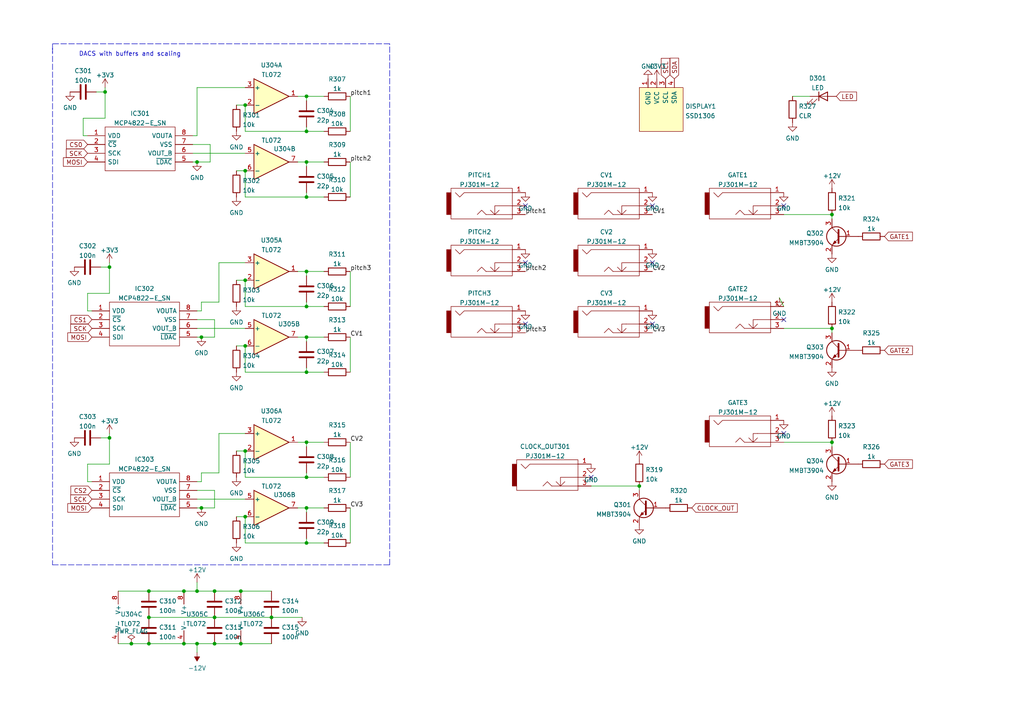
<source format=kicad_sch>
(kicad_sch (version 20211123) (generator eeschema)
  (paper "A4")
  (lib_symbols
    (symbol "Amplifier_Operational:TL072" (pin_names (offset 0.127))
      (property "Reference" "U" (at 0 5.08 0))
      (property "Value" "TL072" (at 0 -5.08 0))
      (symbol "TL072_1_1"
        (polyline (pts (xy -5.08 5.08) (xy 5.08 0) (xy -5.08 -5.08) (xy -5.08 5.08)) (stroke (width 0.254)) (fill (type background)))
        (pin output line (at 7.62 0 180) (length 2.54) (name "~") (number "1"))
        (pin input line (at -7.62 -2.54 0) (length 2.54) (name "-") (number "2"))
        (pin input line (at -7.62 2.54 0) (length 2.54) (name "+") (number "3"))
      )
      (symbol "TL072_2_1"
        (polyline (pts (xy -5.08 5.08) (xy 5.08 0) (xy -5.08 -5.08) (xy -5.08 5.08)) (stroke (width 0.254)) (fill (type background)))
        (pin input line (at -7.62 2.54 0) (length 2.54) (name "+") (number "5"))
        (pin input line (at -7.62 -2.54 0) (length 2.54) (name "-") (number "6"))
        (pin output line (at 7.62 0 180) (length 2.54) (name "~") (number "7"))
      )
      (symbol "TL072_3_1"
        (pin power_in line (at -2.54 -7.62 90) (length 3.81) (name "V-") (number "4"))
        (pin power_in line (at -2.54 7.62 270) (length 3.81) (name "V+") (number "8"))
      )
    )
    (symbol "Device:C" (pin_numbers hide) (pin_names (offset 0.254))
      (property "Reference" "C" (at 0.635 2.54 0))
      (property "Value" "C" (at 0.635 -2.54 0))
      (symbol "C_0_1"
        (polyline (pts (xy -2.032 -0.762) (xy 2.032 -0.762)) (stroke (width 0.508)))
        (polyline (pts (xy -2.032 0.762) (xy 2.032 0.762)) (stroke (width 0.508)))
      )
      (symbol "C_1_1"
        (pin passive line (at 0 3.81 270) (length 2.794) (name "~") (number "1"))
        (pin passive line (at 0 -3.81 90) (length 2.794) (name "~") (number "2"))
      )
    )
    (symbol "Device:LED" (pin_numbers hide) (pin_names (offset 1.016) hide)
      (property "Reference" "D" (at 0 2.54 0))
      (property "Value" "LED" (at 0 -2.54 0))
      (symbol "LED_0_1"
        (polyline (pts (xy -1.27 -1.27) (xy -1.27 1.27)) (stroke (width 0.254)))
        (polyline (pts (xy -1.27 0) (xy 1.27 0)))
        (polyline (pts (xy 1.27 -1.27) (xy 1.27 1.27) (xy -1.27 0) (xy 1.27 -1.27)) (stroke (width 0.254)))
        (polyline (pts (xy -3.048 -0.762) (xy -4.572 -2.286) (xy -3.81 -2.286) (xy -4.572 -2.286) (xy -4.572 -1.524)))
        (polyline (pts (xy -1.778 -0.762) (xy -3.302 -2.286) (xy -2.54 -2.286) (xy -3.302 -2.286) (xy -3.302 -1.524)))
      )
      (symbol "LED_1_1"
        (pin passive line (at -3.81 0 0) (length 2.54) (name "K") (number "1"))
        (pin passive line (at 3.81 0 180) (length 2.54) (name "A") (number "2"))
      )
    )
    (symbol "Device:R" (pin_numbers hide) (pin_names (offset 0))
      (property "Reference" "R" (at 2.032 0 90))
      (property "Value" "R" (at 0 0 90))
      (symbol "R_0_1"
        (rectangle (start -1.016 -2.54) (end 1.016 2.54) (stroke (width 0.254)))
      )
      (symbol "R_1_1"
        (pin passive line (at 0 3.81 270) (length 1.27) (name "~") (number "1"))
        (pin passive line (at 0 -3.81 90) (length 1.27) (name "~") (number "2"))
      )
    )
    (symbol "Transistor_BJT:MMBT3904" (pin_names (offset 0) hide)
      (property "Reference" "Q" (at 5.08 1.905 0))
      (property "Value" "MMBT3904" (at 5.08 0 0))
      (symbol "MMBT3904_0_1"
        (polyline (pts (xy 0.635 0.635) (xy 2.54 2.54)))
        (polyline (pts (xy 0.635 -0.635) (xy 2.54 -2.54) (xy 2.54 -2.54)))
        (polyline (pts (xy 0.635 1.905) (xy 0.635 -1.905) (xy 0.635 -1.905)) (stroke (width 0.508)))
        (polyline (pts (xy 1.27 -1.778) (xy 1.778 -1.27) (xy 2.286 -2.286) (xy 1.27 -1.778) (xy 1.27 -1.778)) (fill (type outline)))
        (circle (center 1.27 0) (radius 2.8194) (stroke (width 0.254)))
      )
      (symbol "MMBT3904_1_1"
        (pin input line (at -5.08 0 0) (length 5.715) (name "B") (number "1"))
        (pin passive line (at 2.54 -5.08 90) (length 2.54) (name "E") (number "2"))
        (pin passive line (at 2.54 5.08 270) (length 2.54) (name "C") (number "3"))
      )
    )
    (symbol "eurocad:PJ301M-12" (pin_names (offset 1.016))
      (property "Reference" "J" (at -8.89 -5.08 0))
      (property "Value" "PJ301M-12" (at -3.81 6.35 0))
      (symbol "PJ301M-12_0_1"
        (rectangle (start -11.43 3.81) (end -10.16 -2.54) (fill (type outline)))
        (polyline (pts (xy 3.81 0) (xy 7.62 0) (xy 7.62 0)))
        (polyline (pts (xy 0 -2.54) (xy -1.27 -1.27) (xy -2.54 -2.54) (xy -2.54 -2.54)))
        (polyline (pts (xy 0 -2.54) (xy 7.62 -2.54) (xy 7.62 -2.54) (xy 7.62 -2.54)))
        (polyline (pts (xy 1.27 -1.27) (xy 2.54 -2.54) (xy 3.81 -1.27) (xy 3.81 -1.27)))
        (polyline (pts (xy 3.81 0) (xy 2.54 0) (xy 2.54 -2.54) (xy 2.54 -2.54)))
        (polyline (pts (xy 7.62 3.81) (xy -6.35 3.81) (xy -7.62 2.54) (xy -8.89 3.81) (xy -8.89 3.81)))
        (rectangle (start 7.62 -3.81) (end -10.16 5.08))
      )
      (symbol "PJ301M-12_1_1"
        (pin passive line (at 11.43 3.81 180) (length 3.81) (name "~") (number "1"))
        (pin passive line (at 11.43 0 180) (length 3.81) (name "~") (number "2"))
        (pin passive line (at 11.43 -2.54 180) (length 3.81) (name "~") (number "3"))
      )
    )
    (symbol "oled:SSD1306" (pin_names (offset 1.016))
      (property "Reference" "Brd" (at 0 -3.81 0))
      (property "Value" "SSD1306" (at 0 -1.27 0))
      (symbol "SSD1306_0_1"
        (rectangle (start -6.35 6.35) (end 6.35 -6.35) (fill (type background)))
      )
      (symbol "SSD1306_1_1"
        (pin input line (at -3.81 8.89 270) (length 2.54) (name "GND") (number "1"))
        (pin input line (at -1.27 8.89 270) (length 2.54) (name "VCC") (number "2"))
        (pin input line (at 1.27 8.89 270) (length 2.54) (name "SCL") (number "3"))
        (pin input line (at 3.81 8.89 270) (length 2.54) (name "SDA") (number "4"))
      )
    )
    (symbol "power:+12V" (power) (pin_names (offset 0))
      (property "Value" "+12V" (at 0 3.556 0))
      (symbol "+12V_0_1"
        (polyline (pts (xy -0.762 1.27) (xy 0 2.54)))
        (polyline (pts (xy 0 0) (xy 0 2.54)))
        (polyline (pts (xy 0 2.54) (xy 0.762 1.27)))
      )
      (symbol "+12V_1_1"
        (pin power_in line (at 0 0 90) (length 0) hide (name "+12V") (number "1"))
      )
    )
    (symbol "power:+3.3V" (power) (pin_names (offset 0))
      (property "Value" "+3.3V" (at 0 3.556 0))
      (symbol "+3.3V_0_1"
        (polyline (pts (xy -0.762 1.27) (xy 0 2.54)))
        (polyline (pts (xy 0 0) (xy 0 2.54)))
        (polyline (pts (xy 0 2.54) (xy 0.762 1.27)))
      )
      (symbol "+3.3V_1_1"
        (pin power_in line (at 0 0 90) (length 0) hide (name "+3V3") (number "1"))
      )
    )
    (symbol "power:-12V" (power) (pin_names (offset 0))
      (property "Value" "-12V" (at 0 3.81 0))
      (symbol "-12V_0_0"
        (pin power_in line (at 0 0 90) (length 0) hide (name "-12V") (number "1"))
      )
      (symbol "-12V_0_1"
        (polyline (pts (xy 0 0) (xy 0 1.27) (xy 0.762 1.27) (xy 0 2.54) (xy -0.762 1.27) (xy 0 1.27)) (fill (type outline)))
      )
    )
    (symbol "power:GND" (power) (pin_names (offset 0))
      (property "Value" "GND" (at 0 -3.81 0))
      (symbol "GND_0_1"
        (polyline (pts (xy 0 0) (xy 0 -1.27) (xy 1.27 -1.27) (xy 0 -2.54) (xy -1.27 -1.27) (xy 0 -1.27)))
      )
      (symbol "GND_1_1"
        (pin power_in line (at 0 0 270) (length 0) hide (name "GND") (number "1"))
      )
    )
    (symbol "power:PWR_FLAG" (power) (pin_numbers hide) (pin_names (offset 0) hide)
      (property "Value" "PWR_FLAG" (at 0 3.81 0))
      (symbol "PWR_FLAG_0_0"
        (pin power_out line (at 0 0 90) (length 0) (name "pwr") (number "1"))
      )
      (symbol "PWR_FLAG_0_1"
        (polyline (pts (xy 0 0) (xy 0 1.27) (xy -1.016 1.905) (xy 0 2.54) (xy 1.016 1.905) (xy 0 1.27)))
      )
    )
    (symbol "samsys:MCP4822-E_SN" (pin_names (offset 0.762))
      (property "Reference" "IC" (at 26.67 7.62 0))
      (property "Value" "MCP4822-E_SN" (at 26.67 5.08 0))
      (symbol "MCP4822-E_SN_0_0"
        (pin passive line (at 0 0 0) (length 5.08) (name "VDD") (number "1"))
        (pin passive line (at 0 -2.54 0) (length 5.08) (name "~{CS}") (number "2"))
        (pin passive line (at 0 -5.08 0) (length 5.08) (name "SCK") (number "3"))
        (pin passive line (at 0 -7.62 0) (length 5.08) (name "SDI") (number "4"))
        (pin passive line (at 30.48 -7.62 180) (length 5.08) (name "~{LDAC}") (number "5"))
        (pin passive line (at 30.48 -5.08 180) (length 5.08) (name "VOUT_B") (number "6"))
        (pin passive line (at 30.48 -2.54 180) (length 5.08) (name "VSS") (number "7"))
        (pin passive line (at 30.48 0 180) (length 5.08) (name "VOUTA") (number "8"))
      )
      (symbol "MCP4822-E_SN_0_1"
        (polyline (pts (xy 5.08 2.54) (xy 25.4 2.54) (xy 25.4 -10.16) (xy 5.08 -10.16) (xy 5.08 2.54)) (stroke (width 0.1524)))
      )
    )
  )
  (junction (at 38.1 186.69))
  (junction (at 71.12 149.86))
  (junction (at 53.34 171.45))
  (junction (at 78.74 179.07))
  (junction (at 71.12 81.28))
  (junction (at 31.75 127))
  (junction (at 88.9 57.15))
  (junction (at 53.34 186.69))
  (junction (at 58.42 97.79))
  (junction (at 57.15 186.69))
  (junction (at 69.85 186.69))
  (junction (at 71.12 49.53))
  (junction (at 88.9 38.1))
  (junction (at 241.3 128.27))
  (junction (at 185.42 140.97))
  (junction (at 43.18 179.07))
  (junction (at 62.23 171.45))
  (junction (at 88.9 27.94))
  (junction (at 88.9 138.43))
  (junction (at 62.23 186.69))
  (junction (at 241.3 95.25))
  (junction (at 30.48 26.67))
  (junction (at 88.9 78.74))
  (junction (at 62.23 179.07))
  (junction (at 88.9 128.27))
  (junction (at 241.3 62.23))
  (junction (at 69.85 171.45))
  (junction (at 71.12 30.48))
  (junction (at 71.12 100.33))
  (junction (at 57.15 46.99))
  (junction (at 71.12 130.81))
  (junction (at 43.18 171.45))
  (junction (at 88.9 107.95))
  (junction (at 43.18 186.69))
  (junction (at 88.9 97.79))
  (junction (at 88.9 147.32))
  (junction (at 88.9 157.48))
  (junction (at 31.75 77.47))
  (junction (at 58.42 147.32))
  (junction (at 88.9 46.99))
  (junction (at 57.15 171.45))
  (junction (at 88.9 88.9))
  (no_connect (at 171.45 138.43))
  (no_connect (at 152.4 59.69))
  (no_connect (at 152.4 76.2))
  (no_connect (at 152.4 93.98))
  (no_connect (at 227.33 125.73))
  (no_connect (at 227.33 59.69))
  (no_connect (at 227.33 92.71))
  (no_connect (at 189.23 76.2))
  (no_connect (at 189.23 59.69))
  (no_connect (at 189.23 93.98))
  (wire (pts (xy 57.15 186.69) (xy 57.15 189.23)))
  (wire (pts (xy 31.75 127) (xy 31.75 134.62)))
  (wire (pts (xy 227.33 88.9) (xy 226.06 86.36)))
  (wire (pts (xy 241.3 62.23) (xy 241.3 63.5)))
  (wire (pts (xy 63.5 76.2) (xy 71.12 76.2)))
  (polyline (pts (xy 113.03 163.83) (xy 113.03 12.7)))
  (wire (pts (xy 88.9 147.32) (xy 88.9 148.59)))
  (wire (pts (xy 101.6 78.74) (xy 101.6 88.9)))
  (wire (pts (xy 88.9 78.74) (xy 93.98 78.74)))
  (wire (pts (xy 86.36 128.27) (xy 88.9 128.27)))
  (polyline (pts (xy 15.24 13.97) (xy 15.24 163.83)))
  (wire (pts (xy 86.36 27.94) (xy 88.9 27.94)))
  (wire (pts (xy 101.6 27.94) (xy 101.6 38.1)))
  (wire (pts (xy 88.9 87.63) (xy 88.9 88.9)))
  (wire (pts (xy 60.96 41.91) (xy 60.96 46.99)))
  (wire (pts (xy 63.5 125.73) (xy 71.12 125.73)))
  (wire (pts (xy 34.29 186.69) (xy 38.1 186.69)))
  (wire (pts (xy 93.98 157.48) (xy 88.9 157.48)))
  (wire (pts (xy 88.9 46.99) (xy 93.98 46.99)))
  (wire (pts (xy 55.88 39.37) (xy 57.15 39.37)))
  (wire (pts (xy 86.36 46.99) (xy 88.9 46.99)))
  (wire (pts (xy 71.12 107.95) (xy 71.12 100.33)))
  (wire (pts (xy 88.9 156.21) (xy 88.9 157.48)))
  (wire (pts (xy 30.48 26.67) (xy 30.48 34.29)))
  (wire (pts (xy 31.75 77.47) (xy 31.75 85.09)))
  (wire (pts (xy 58.42 87.63) (xy 63.5 87.63)))
  (wire (pts (xy 43.18 186.69) (xy 53.34 186.69)))
  (wire (pts (xy 25.4 134.62) (xy 25.4 139.7)))
  (wire (pts (xy 88.9 46.99) (xy 88.9 48.26)))
  (wire (pts (xy 71.12 138.43) (xy 71.12 130.81)))
  (wire (pts (xy 78.74 179.07) (xy 87.63 179.07)))
  (wire (pts (xy 93.98 57.15) (xy 88.9 57.15)))
  (wire (pts (xy 58.42 147.32) (xy 57.15 147.32)))
  (wire (pts (xy 31.75 134.62) (xy 25.4 134.62)))
  (wire (pts (xy 71.12 57.15) (xy 71.12 49.53)))
  (wire (pts (xy 24.13 34.29) (xy 24.13 39.37)))
  (wire (pts (xy 57.15 144.78) (xy 71.12 144.78)))
  (wire (pts (xy 31.75 125.73) (xy 31.75 127)))
  (wire (pts (xy 58.42 97.79) (xy 57.15 97.79)))
  (wire (pts (xy 62.23 147.32) (xy 58.42 147.32)))
  (wire (pts (xy 60.96 46.99) (xy 57.15 46.99)))
  (wire (pts (xy 27.94 26.67) (xy 30.48 26.67)))
  (polyline (pts (xy 15.24 12.7) (xy 15.24 15.24)))
  (wire (pts (xy 58.42 137.16) (xy 63.5 137.16)))
  (wire (pts (xy 88.9 106.68) (xy 88.9 107.95)))
  (wire (pts (xy 63.5 87.63) (xy 63.5 76.2)))
  (wire (pts (xy 57.15 171.45) (xy 62.23 171.45)))
  (wire (pts (xy 34.29 171.45) (xy 43.18 171.45)))
  (wire (pts (xy 68.58 130.81) (xy 71.12 130.81)))
  (wire (pts (xy 88.9 138.43) (xy 71.12 138.43)))
  (wire (pts (xy 62.23 97.79) (xy 58.42 97.79)))
  (wire (pts (xy 241.3 95.25) (xy 241.3 96.52)))
  (wire (pts (xy 88.9 147.32) (xy 93.98 147.32)))
  (wire (pts (xy 30.48 34.29) (xy 24.13 34.29)))
  (wire (pts (xy 62.23 186.69) (xy 69.85 186.69)))
  (wire (pts (xy 53.34 171.45) (xy 57.15 171.45)))
  (wire (pts (xy 241.3 95.25) (xy 227.33 95.25)))
  (wire (pts (xy 185.42 140.97) (xy 171.45 140.97)))
  (wire (pts (xy 88.9 97.79) (xy 93.98 97.79)))
  (wire (pts (xy 86.36 97.79) (xy 88.9 97.79)))
  (wire (pts (xy 38.1 186.69) (xy 43.18 186.69)))
  (wire (pts (xy 30.48 25.4) (xy 30.48 26.67)))
  (wire (pts (xy 88.9 88.9) (xy 71.12 88.9)))
  (wire (pts (xy 101.6 147.32) (xy 101.6 157.48)))
  (wire (pts (xy 24.13 39.37) (xy 25.4 39.37)))
  (wire (pts (xy 88.9 36.83) (xy 88.9 38.1)))
  (wire (pts (xy 31.75 85.09) (xy 25.4 85.09)))
  (wire (pts (xy 88.9 38.1) (xy 71.12 38.1)))
  (wire (pts (xy 57.15 46.99) (xy 55.88 46.99)))
  (wire (pts (xy 57.15 139.7) (xy 58.42 139.7)))
  (wire (pts (xy 57.15 142.24) (xy 62.23 142.24)))
  (wire (pts (xy 68.58 149.86) (xy 71.12 149.86)))
  (wire (pts (xy 29.21 127) (xy 31.75 127)))
  (wire (pts (xy 71.12 157.48) (xy 71.12 149.86)))
  (polyline (pts (xy 113.03 12.7) (xy 15.24 12.7)))
  (wire (pts (xy 88.9 97.79) (xy 88.9 99.06)))
  (wire (pts (xy 241.3 128.27) (xy 241.3 129.54)))
  (wire (pts (xy 57.15 90.17) (xy 58.42 90.17)))
  (wire (pts (xy 93.98 38.1) (xy 88.9 38.1)))
  (wire (pts (xy 88.9 27.94) (xy 93.98 27.94)))
  (wire (pts (xy 93.98 107.95) (xy 88.9 107.95)))
  (wire (pts (xy 241.3 128.27) (xy 227.33 128.27)))
  (wire (pts (xy 86.36 147.32) (xy 88.9 147.32)))
  (wire (pts (xy 55.88 44.45) (xy 71.12 44.45)))
  (wire (pts (xy 57.15 25.4) (xy 71.12 25.4)))
  (wire (pts (xy 57.15 168.91) (xy 57.15 171.45)))
  (wire (pts (xy 68.58 100.33) (xy 71.12 100.33)))
  (wire (pts (xy 69.85 171.45) (xy 78.74 171.45)))
  (wire (pts (xy 93.98 88.9) (xy 88.9 88.9)))
  (wire (pts (xy 43.18 179.07) (xy 62.23 179.07)))
  (wire (pts (xy 71.12 88.9) (xy 71.12 81.28)))
  (wire (pts (xy 29.21 77.47) (xy 31.75 77.47)))
  (wire (pts (xy 241.3 62.23) (xy 227.33 62.23)))
  (wire (pts (xy 25.4 139.7) (xy 26.67 139.7)))
  (wire (pts (xy 68.58 81.28) (xy 71.12 81.28)))
  (wire (pts (xy 88.9 57.15) (xy 71.12 57.15)))
  (wire (pts (xy 58.42 90.17) (xy 58.42 87.63)))
  (wire (pts (xy 88.9 107.95) (xy 71.12 107.95)))
  (wire (pts (xy 88.9 128.27) (xy 93.98 128.27)))
  (wire (pts (xy 31.75 76.2) (xy 31.75 77.47)))
  (wire (pts (xy 63.5 137.16) (xy 63.5 125.73)))
  (wire (pts (xy 88.9 128.27) (xy 88.9 129.54)))
  (wire (pts (xy 68.58 49.53) (xy 71.12 49.53)))
  (wire (pts (xy 86.36 78.74) (xy 88.9 78.74)))
  (wire (pts (xy 229.87 27.94) (xy 234.95 27.94)))
  (wire (pts (xy 88.9 55.88) (xy 88.9 57.15)))
  (wire (pts (xy 43.18 171.45) (xy 53.34 171.45)))
  (wire (pts (xy 88.9 137.16) (xy 88.9 138.43)))
  (wire (pts (xy 25.4 90.17) (xy 26.67 90.17)))
  (wire (pts (xy 62.23 142.24) (xy 62.23 147.32)))
  (wire (pts (xy 57.15 95.25) (xy 71.12 95.25)))
  (wire (pts (xy 57.15 25.4) (xy 57.15 39.37)))
  (wire (pts (xy 57.15 92.71) (xy 62.23 92.71)))
  (wire (pts (xy 62.23 179.07) (xy 78.74 179.07)))
  (wire (pts (xy 55.88 41.91) (xy 60.96 41.91)))
  (wire (pts (xy 57.15 186.69) (xy 62.23 186.69)))
  (wire (pts (xy 62.23 92.71) (xy 62.23 97.79)))
  (wire (pts (xy 25.4 85.09) (xy 25.4 90.17)))
  (wire (pts (xy 71.12 38.1) (xy 71.12 30.48)))
  (wire (pts (xy 88.9 78.74) (xy 88.9 80.01)))
  (wire (pts (xy 93.98 138.43) (xy 88.9 138.43)))
  (wire (pts (xy 58.42 139.7) (xy 58.42 137.16)))
  (wire (pts (xy 69.85 186.69) (xy 78.74 186.69)))
  (wire (pts (xy 68.58 30.48) (xy 71.12 30.48)))
  (wire (pts (xy 62.23 171.45) (xy 69.85 171.45)))
  (wire (pts (xy 101.6 128.27) (xy 101.6 138.43)))
  (wire (pts (xy 88.9 27.94) (xy 88.9 29.21)))
  (wire (pts (xy 101.6 97.79) (xy 101.6 107.95)))
  (wire (pts (xy 53.34 186.69) (xy 57.15 186.69)))
  (wire (pts (xy 88.9 157.48) (xy 71.12 157.48)))
  (polyline (pts (xy 15.24 163.83) (xy 113.03 163.83)))
  (wire (pts (xy 185.42 140.97) (xy 185.42 142.24)))
  (wire (pts (xy 101.6 46.99) (xy 101.6 57.15)))
  (text "DACS with buffers and scaling\n" (at 22.86 16.51 0) (effects (font (size 1.27 1.27)) (justify left bottom)))
  (label "pitch1" (at 101.6 27.94 0))
  (label "pitch2" (at 152.4 78.74 0))
  (label "pitch1" (at 152.4 62.23 0))
  (label "CV1" (at 189.23 62.23 0))
  (label "CV2" (at 189.23 78.74 0))
  (label "pitch3" (at 152.4 96.52 0))
  (label "pitch2" (at 101.6 46.99 0))
  (label "CV1" (at 101.6 97.79 0))
  (label "CV2" (at 101.6 128.27 0))
  (label "CV3" (at 101.6 147.32 0))
  (label "pitch3" (at 101.6 78.74 0))
  (label "CV3" (at 189.23 96.52 0))
  (global_label "CLOCK_OUT" (shape input) (at 200.66 147.32 0) (property "Intersheet References" "${INTERSHEET_REFS}" (effects hide)))
  (global_label "GATE3" (shape input) (at 256.54 134.62 0) (property "Intersheet References" "${INTERSHEET_REFS}" (effects hide)))
  (global_label "SCK" (shape input) (at 26.67 95.25 180) (property "Intersheet References" "${INTERSHEET_REFS}" (effects hide)))
  (global_label "GATE1" (shape input) (at 256.54 68.58 0) (property "Intersheet References" "${INTERSHEET_REFS}" (effects hide)))
  (global_label "CS0" (shape input) (at 25.4 41.91 180) (property "Intersheet References" "${INTERSHEET_REFS}" (effects hide)))
  (global_label "SDA" (shape input) (at 195.58 22.86 90) (property "Intersheet References" "${INTERSHEET_REFS}" (effects hide)))
  (global_label "MOSI" (shape input) (at 25.4 46.99 180) (property "Intersheet References" "${INTERSHEET_REFS}" (effects hide)))
  (global_label "MOSI" (shape input) (at 26.67 97.79 180) (property "Intersheet References" "${INTERSHEET_REFS}" (effects hide)))
  (global_label "SCL" (shape input) (at 193.04 22.86 90) (property "Intersheet References" "${INTERSHEET_REFS}" (effects hide)))
  (global_label "SCK" (shape input) (at 26.67 144.78 180) (property "Intersheet References" "${INTERSHEET_REFS}" (effects hide)))
  (global_label "MOSI" (shape input) (at 26.67 147.32 180) (property "Intersheet References" "${INTERSHEET_REFS}" (effects hide)))
  (global_label "LED" (shape input) (at 242.57 27.94 0) (property "Intersheet References" "${INTERSHEET_REFS}" (effects hide)))
  (global_label "SCK" (shape input) (at 25.4 44.45 180) (property "Intersheet References" "${INTERSHEET_REFS}" (effects hide)))
  (global_label "CS1" (shape input) (at 26.67 92.71 180) (property "Intersheet References" "${INTERSHEET_REFS}" (effects hide)))
  (global_label "GATE2" (shape input) (at 256.54 101.6 0) (property "Intersheet References" "${INTERSHEET_REFS}" (effects hide)))
  (global_label "CS2" (shape input) (at 26.67 142.24 180) (property "Intersheet References" "${INTERSHEET_REFS}" (effects hide)))
  (symbol (lib_id "power:+3.3V") (at 30.48 25.4 0) (unit 1)
    (property "Reference" "#PWR0136" (effects hide))
    (property "Value" "+3.3V" (at 30.48 21.7955 0))
  )
  (symbol (lib_id "Amplifier_Operational:TL072") (at 78.74 97.79 0) (unit 2)
    (property "Reference" "U305" (at 83.82 93.98 0))
    (property "Value" "TL072" (at 78.74 91.5186 0))
    (property "Footprint" "Package_SO:SOIC-8_3.9x4.9mm_P1.27mm" (effects hide))
    (property "Datasheet" "http://www.ti.com/lit/ds/symlink/tl071.pdf" (effects hide))
  )
  (symbol (lib_id "Device:R") (at 68.58 85.09 180) (unit 1)
    (property "Reference" "R303" (at 70.358 84.1815 0) (effects (justify right)))
    (property "Value" "10k" (at 70.358 86.9566 0) (effects (justify right)))
    (property "Footprint" "Resistor_SMD:R_0603_1608Metric_Pad0.98x0.95mm_HandSolder" (effects hide))
  )
  (symbol (lib_id "samsys:MCP4822-E_SN") (at 26.67 139.7 0) (unit 1)
    (property "Reference" "IC303" (at 41.91 133.2443 0))
    (property "Value" "MCP4822-E_SN" (at 41.91 136.0194 0))
    (property "Footprint" "SamacSys:SOIC127P600X175-8N" (effects hide))
    (property "Datasheet" "https://datasheet.datasheetarchive.com/originals/distributors/SFDatasheet-4/sf-00090084.pdf" (effects hide))
    (property "Description" "D/A Converter 12-Bit 2ch SPI SOIC8" (effects hide))
    (property "Height" "1.75" (effects hide))
    (property "Mouser Part Number" "579-MCP4822-E/SN" (effects hide))
    (property "Mouser Price/Stock" "https://www.mouser.co.uk/ProductDetail/Microchip-Technology/MCP4822-E-SN?qs=usxtMOJb1RxOph58k4VWqA%3D%3D" (effects hide))
    (property "Manufacturer_Name" "Microchip" (effects hide))
    (property "Manufacturer_Part_Number" "MCP4822-E/SN" (effects hide))
  )
  (symbol (lib_id "power:-12V") (at 57.15 189.23 180) (unit 1)
    (property "Reference" "#PWR0302" (effects hide))
    (property "Value" "-12V" (at 57.15 193.7925 0))
  )
  (symbol (lib_id "Device:R") (at 97.79 107.95 90) (unit 1)
    (property "Reference" "R314" (at 97.79 102.9675 90))
    (property "Value" "10k" (at 97.79 105.7426 90))
    (property "Footprint" "Resistor_SMD:R_0603_1608Metric_Pad0.98x0.95mm_HandSolder" (effects hide))
  )
  (symbol (lib_id "Device:C") (at 62.23 175.26 0) (unit 1)
    (property "Reference" "C312" (at 65.151 174.3515 0) (effects (justify left)))
    (property "Value" "100n" (at 65.151 177.1266 0) (effects (justify left)))
    (property "Footprint" "Capacitor_SMD:C_0603_1608Metric_Pad1.08x0.95mm_HandSolder" (effects hide))
  )
  (symbol (lib_id "Device:R") (at 252.73 68.58 90) (unit 1)
    (property "Reference" "R324" (at 252.73 63.5975 90))
    (property "Value" "1k" (at 252.73 66.3726 90))
    (property "Footprint" "Resistor_SMD:R_0603_1608Metric_Pad0.98x0.95mm_HandSolder" (effects hide))
  )
  (symbol (lib_id "power:GND") (at 226.06 86.36 0) (unit 1)
    (property "Reference" "#PWR0144" (effects hide))
    (property "Value" "GND" (at 226.06 90.9225 0))
  )
  (symbol (lib_id "Device:C") (at 25.4 77.47 90) (unit 1)
    (property "Reference" "C302" (at 25.4 71.3445 90))
    (property "Value" "100n" (at 25.4 74.1196 90))
    (property "Footprint" "Capacitor_SMD:C_0603_1608Metric_Pad1.08x0.95mm_HandSolder" (effects hide))
  )
  (symbol (lib_id "power:GND") (at 68.58 157.48 0) (unit 1)
    (property "Reference" "#PWR0131" (effects hide))
    (property "Value" "GND" (at 68.58 162.0425 0))
  )
  (symbol (lib_id "Device:C") (at 62.23 182.88 0) (unit 1)
    (property "Reference" "C313" (at 65.151 181.9715 0) (effects (justify left)))
    (property "Value" "100n" (at 65.151 184.7466 0) (effects (justify left)))
    (property "Footprint" "Capacitor_SMD:C_0603_1608Metric_Pad1.08x0.95mm_HandSolder" (effects hide))
  )
  (symbol (lib_id "Transistor_BJT:MMBT3904") (at 243.84 101.6 0) (mirror y) (unit 1)
    (property "Reference" "Q303" (at 238.9886 100.6915 0) (effects (justify left)))
    (property "Value" "MMBT3904" (at 238.9886 103.4666 0) (effects (justify left)))
    (property "Footprint" "Package_TO_SOT_SMD:SOT-23" (effects hide))
    (property "Datasheet" "https://www.onsemi.com/pub/Collateral/2N3903-D.PDF" (effects hide))
  )
  (symbol (lib_id "samsys:MCP4822-E_SN") (at 25.4 39.37 0) (unit 1)
    (property "Reference" "IC301" (at 40.64 32.9143 0))
    (property "Value" "MCP4822-E_SN" (at 40.64 35.6894 0))
    (property "Footprint" "SamacSys:SOIC127P600X175-8N" (effects hide))
    (property "Datasheet" "https://datasheet.datasheetarchive.com/originals/distributors/SFDatasheet-4/sf-00090084.pdf" (effects hide))
    (property "Description" "D/A Converter 12-Bit 2ch SPI SOIC8" (effects hide))
    (property "Height" "1.75" (effects hide))
    (property "Mouser Part Number" "579-MCP4822-E/SN" (effects hide))
    (property "Mouser Price/Stock" "https://www.mouser.co.uk/ProductDetail/Microchip-Technology/MCP4822-E-SN?qs=usxtMOJb1RxOph58k4VWqA%3D%3D" (effects hide))
    (property "Manufacturer_Name" "Microchip" (effects hide))
    (property "Manufacturer_Part_Number" "MCP4822-E/SN" (effects hide))
  )
  (symbol (lib_id "eurocad:PJ301M-12") (at 215.9 125.73 0) (unit 1)
    (property "Reference" "GATE3" (at 213.995 116.8105 0))
    (property "Value" "PJ301M-12" (at 213.995 119.5856 0))
    (property "Footprint" "Eurocad:PJ301M-12" (effects hide))
  )
  (symbol (lib_id "power:GND") (at 58.42 97.79 0) (unit 1)
    (property "Reference" "#PWR0132" (effects hide))
    (property "Value" "GND" (at 58.42 102.3525 0))
  )
  (symbol (lib_id "Device:R") (at 97.79 46.99 90) (unit 1)
    (property "Reference" "R309" (at 97.79 42.0075 90))
    (property "Value" "1k" (at 97.79 44.7826 90))
    (property "Footprint" "Resistor_SMD:R_0603_1608Metric_Pad0.98x0.95mm_HandSolder" (effects hide))
  )
  (symbol (lib_id "eurocad:PJ301M-12") (at 177.8 59.69 0) (unit 1)
    (property "Reference" "CV1" (at 175.895 50.7705 0))
    (property "Value" "PJ301M-12" (at 175.895 53.5456 0))
    (property "Footprint" "Eurocad:PJ301M-12" (effects hide))
  )
  (symbol (lib_id "Transistor_BJT:MMBT3904") (at 187.96 147.32 0) (mirror y) (unit 1)
    (property "Reference" "Q301" (at 183.1086 146.4115 0) (effects (justify left)))
    (property "Value" "MMBT3904" (at 183.1086 149.1866 0) (effects (justify left)))
    (property "Footprint" "Package_TO_SOT_SMD:SOT-23" (effects hide))
    (property "Datasheet" "https://www.onsemi.com/pub/Collateral/2N3903-D.PDF" (effects hide))
  )
  (symbol (lib_id "power:GND") (at 171.45 134.62 0) (unit 1)
    (property "Reference" "#PWR0304" (effects hide))
    (property "Value" "GND" (at 171.45 139.1825 0))
  )
  (symbol (lib_id "Amplifier_Operational:TL072") (at 36.83 179.07 0) (unit 3)
    (property "Reference" "U304" (at 34.925 178.1615 0) (effects (justify left)))
    (property "Value" "TL072" (at 34.925 180.9366 0) (effects (justify left)))
    (property "Footprint" "Package_SO:SOIC-8_3.9x4.9mm_P1.27mm" (effects hide))
    (property "Datasheet" "http://www.ti.com/lit/ds/symlink/tl071.pdf" (effects hide))
  )
  (symbol (lib_id "eurocad:PJ301M-12") (at 140.97 59.69 0) (unit 1)
    (property "Reference" "PITCH1" (at 139.065 50.7705 0))
    (property "Value" "PJ301M-12" (at 139.065 53.5456 0))
    (property "Footprint" "Eurocad:PJ301M-12" (effects hide))
  )
  (symbol (lib_id "Device:R") (at 241.3 124.46 180) (unit 1)
    (property "Reference" "R323" (at 243.078 123.5515 0) (effects (justify right)))
    (property "Value" "10k" (at 243.078 126.3266 0) (effects (justify right)))
    (property "Footprint" "Resistor_SMD:R_0603_1608Metric_Pad0.98x0.95mm_HandSolder" (effects hide))
  )
  (symbol (lib_id "Device:C") (at 88.9 83.82 0) (unit 1)
    (property "Reference" "C306" (at 91.821 82.9115 0) (effects (justify left)))
    (property "Value" "22p" (at 91.821 85.6866 0) (effects (justify left)))
    (property "Footprint" "Capacitor_SMD:C_0603_1608Metric_Pad1.08x0.95mm_HandSolder" (effects hide))
  )
  (symbol (lib_id "power:+12V") (at 241.3 120.65 0) (unit 1)
    (property "Reference" "#PWR0311" (effects hide))
    (property "Value" "+12V" (at 241.3 117.0455 0))
  )
  (symbol (lib_id "Device:C") (at 88.9 133.35 0) (unit 1)
    (property "Reference" "C308" (at 91.821 132.4415 0) (effects (justify left)))
    (property "Value" "22p" (at 91.821 135.2166 0) (effects (justify left)))
    (property "Footprint" "Capacitor_SMD:C_0603_1608Metric_Pad1.08x0.95mm_HandSolder" (effects hide))
  )
  (symbol (lib_id "eurocad:PJ301M-12") (at 215.9 92.71 0) (unit 1)
    (property "Reference" "GATE2" (at 213.995 83.7905 0))
    (property "Value" "PJ301M-12" (at 213.995 86.5656 0))
    (property "Footprint" "Eurocad:PJ301M-12" (effects hide))
  )
  (symbol (lib_id "power:GND") (at 189.23 90.17 0) (unit 1)
    (property "Reference" "#PWR0148" (effects hide))
    (property "Value" "GND" (at 189.23 94.7325 0))
  )
  (symbol (lib_id "power:+3.3V") (at 31.75 125.73 0) (unit 1)
    (property "Reference" "#PWR0134" (effects hide))
    (property "Value" "+3.3V" (at 31.75 122.1255 0))
  )
  (symbol (lib_id "power:GND") (at 189.23 72.39 0) (unit 1)
    (property "Reference" "#PWR0147" (effects hide))
    (property "Value" "GND" (at 189.23 76.9525 0))
  )
  (symbol (lib_id "power:PWR_FLAG") (at 38.1 186.69 0) (unit 1)
    (property "Reference" "#FLG0104" (effects hide))
    (property "Value" "PWR_FLAG" (at 38.1 183.0855 0))
  )
  (symbol (lib_id "Device:R") (at 229.87 31.75 0) (unit 1)
    (property "Reference" "R327" (at 231.648 30.8415 0) (effects (justify left)))
    (property "Value" "CLR" (at 231.648 33.6166 0) (effects (justify left)))
    (property "Footprint" "Resistor_SMD:R_0603_1608Metric_Pad0.98x0.95mm_HandSolder" (effects hide))
  )
  (symbol (lib_id "power:GND") (at 152.4 90.17 0) (unit 1)
    (property "Reference" "#PWR0142" (effects hide))
    (property "Value" "GND" (at 152.4 94.7325 0))
  )
  (symbol (lib_id "Device:C") (at 78.74 175.26 0) (unit 1)
    (property "Reference" "C314" (at 81.661 174.3515 0) (effects (justify left)))
    (property "Value" "100n" (at 81.661 177.1266 0) (effects (justify left)))
    (property "Footprint" "Capacitor_SMD:C_0603_1608Metric_Pad1.08x0.95mm_HandSolder" (effects hide))
  )
  (symbol (lib_id "eurocad:PJ301M-12") (at 177.8 76.2 0) (unit 1)
    (property "Reference" "CV2" (at 175.895 67.2805 0))
    (property "Value" "PJ301M-12" (at 175.895 70.0556 0))
    (property "Footprint" "Eurocad:PJ301M-12" (effects hide))
  )
  (symbol (lib_id "Device:R") (at 68.58 134.62 180) (unit 1)
    (property "Reference" "R305" (at 70.358 133.7115 0) (effects (justify right)))
    (property "Value" "10k" (at 70.358 136.4866 0) (effects (justify right)))
    (property "Footprint" "Resistor_SMD:R_0603_1608Metric_Pad0.98x0.95mm_HandSolder" (effects hide))
  )
  (symbol (lib_id "power:GND") (at 58.42 147.32 0) (unit 1)
    (property "Reference" "#PWR0133" (effects hide))
    (property "Value" "GND" (at 58.42 151.8825 0))
  )
  (symbol (lib_id "power:GND") (at 187.96 22.86 180) (unit 1)
    (property "Reference" "#PWR0139" (effects hide))
    (property "Value" "GND" (at 187.96 19.2555 0))
  )
  (symbol (lib_id "Device:R") (at 68.58 153.67 180) (unit 1)
    (property "Reference" "R306" (at 70.358 152.7615 0) (effects (justify right)))
    (property "Value" "10k" (at 70.358 155.5366 0) (effects (justify right)))
    (property "Footprint" "Resistor_SMD:R_0603_1608Metric_Pad0.98x0.95mm_HandSolder" (effects hide))
  )
  (symbol (lib_id "power:GND") (at 152.4 55.88 0) (unit 1)
    (property "Reference" "#PWR0140" (effects hide))
    (property "Value" "GND" (at 152.4 60.4425 0))
  )
  (symbol (lib_id "Device:C") (at 88.9 152.4 0) (unit 1)
    (property "Reference" "C309" (at 91.821 151.4915 0) (effects (justify left)))
    (property "Value" "22p" (at 91.821 154.2666 0) (effects (justify left)))
    (property "Footprint" "Capacitor_SMD:C_0603_1608Metric_Pad1.08x0.95mm_HandSolder" (effects hide))
  )
  (symbol (lib_id "Device:R") (at 97.79 157.48 90) (unit 1)
    (property "Reference" "R318" (at 97.79 152.4975 90))
    (property "Value" "10k" (at 97.79 155.2726 90))
    (property "Footprint" "Resistor_SMD:R_0603_1608Metric_Pad0.98x0.95mm_HandSolder" (effects hide))
  )
  (symbol (lib_id "power:GND") (at 241.3 73.66 0) (unit 1)
    (property "Reference" "#PWR0308" (effects hide))
    (property "Value" "GND" (at 241.3 78.2225 0))
  )
  (symbol (lib_id "Device:C") (at 88.9 33.02 0) (unit 1)
    (property "Reference" "C304" (at 91.821 32.1115 0) (effects (justify left)))
    (property "Value" "22p" (at 91.821 34.8866 0) (effects (justify left)))
    (property "Footprint" "Capacitor_SMD:C_0603_1608Metric_Pad1.08x0.95mm_HandSolder" (effects hide))
  )
  (symbol (lib_id "eurocad:PJ301M-12") (at 160.02 138.43 0) (unit 1)
    (property "Reference" "CLOCK_OUT301" (at 158.115 129.5105 0))
    (property "Value" "PJ301M-12" (at 158.115 132.2856 0))
    (property "Footprint" "Eurocad:PJ301M-12" (effects hide))
  )
  (symbol (lib_id "Amplifier_Operational:TL072") (at 72.39 179.07 0) (unit 3)
    (property "Reference" "U306" (at 70.485 178.1615 0) (effects (justify left)))
    (property "Value" "TL072" (at 70.485 180.9366 0) (effects (justify left)))
    (property "Footprint" "Package_SO:SOIC-8_3.9x4.9mm_P1.27mm" (effects hide))
    (property "Datasheet" "http://www.ti.com/lit/ds/symlink/tl071.pdf" (effects hide))
  )
  (symbol (lib_id "Device:R") (at 97.79 88.9 90) (unit 1)
    (property "Reference" "R312" (at 97.79 83.9175 90))
    (property "Value" "10k" (at 97.79 86.6926 90))
    (property "Footprint" "Resistor_SMD:R_0603_1608Metric_Pad0.98x0.95mm_HandSolder" (effects hide))
  )
  (symbol (lib_id "power:GND") (at 68.58 88.9 0) (unit 1)
    (property "Reference" "#PWR0126" (effects hide))
    (property "Value" "GND" (at 68.58 93.4625 0))
  )
  (symbol (lib_id "Amplifier_Operational:TL072") (at 78.74 78.74 0) (unit 1)
    (property "Reference" "U305" (at 78.74 69.6935 0))
    (property "Value" "TL072" (at 78.74 72.4686 0))
    (property "Footprint" "Package_SO:SOIC-8_3.9x4.9mm_P1.27mm" (effects hide))
    (property "Datasheet" "http://www.ti.com/lit/ds/symlink/tl071.pdf" (effects hide))
  )
  (symbol (lib_id "Device:R") (at 97.79 78.74 90) (unit 1)
    (property "Reference" "R311" (at 97.79 73.7575 90))
    (property "Value" "1k" (at 97.79 76.5326 90))
    (property "Footprint" "Resistor_SMD:R_0603_1608Metric_Pad0.98x0.95mm_HandSolder" (effects hide))
  )
  (symbol (lib_id "eurocad:PJ301M-12") (at 140.97 76.2 0) (unit 1)
    (property "Reference" "PITCH2" (at 139.065 67.2805 0))
    (property "Value" "PJ301M-12" (at 139.065 70.0556 0))
    (property "Footprint" "Eurocad:PJ301M-12" (effects hide))
  )
  (symbol (lib_id "power:+12V") (at 185.42 133.35 0) (unit 1)
    (property "Reference" "#PWR0305" (effects hide))
    (property "Value" "+12V" (at 185.42 129.7455 0))
  )
  (symbol (lib_id "power:GND") (at 68.58 57.15 0) (unit 1)
    (property "Reference" "#PWR0129" (effects hide))
    (property "Value" "GND" (at 68.58 61.7125 0))
  )
  (symbol (lib_id "power:GND") (at 68.58 107.95 0) (unit 1)
    (property "Reference" "#PWR0124" (effects hide))
    (property "Value" "GND" (at 68.58 112.5125 0))
  )
  (symbol (lib_id "Amplifier_Operational:TL072") (at 78.74 46.99 0) (unit 2)
    (property "Reference" "U304" (at 82.55 43.18 0))
    (property "Value" "TL072" (at 78.74 40.7186 0))
    (property "Footprint" "Package_SO:SOIC-8_3.9x4.9mm_P1.27mm" (effects hide))
    (property "Datasheet" "http://www.ti.com/lit/ds/symlink/tl071.pdf" (effects hide))
  )
  (symbol (lib_id "Amplifier_Operational:TL072") (at 78.74 128.27 0) (unit 1)
    (property "Reference" "U306" (at 78.74 119.2235 0))
    (property "Value" "TL072" (at 78.74 121.9986 0))
    (property "Footprint" "Package_SO:SOIC-8_3.9x4.9mm_P1.27mm" (effects hide))
    (property "Datasheet" "http://www.ti.com/lit/ds/symlink/tl071.pdf" (effects hide))
  )
  (symbol (lib_id "Device:LED") (at 238.76 27.94 0) (unit 1)
    (property "Reference" "D301" (at 237.1725 22.7035 0))
    (property "Value" "LED" (at 237.1725 25.4786 0))
    (property "Footprint" "LED_THT:LED_D3.0mm" (effects hide))
  )
  (symbol (lib_id "power:+12V") (at 241.3 54.61 0) (unit 1)
    (property "Reference" "#PWR0307" (effects hide))
    (property "Value" "+12V" (at 241.3 51.0055 0))
  )
  (symbol (lib_id "Device:R") (at 68.58 104.14 180) (unit 1)
    (property "Reference" "R304" (at 70.358 103.2315 0) (effects (justify right)))
    (property "Value" "10k" (at 70.358 106.0066 0) (effects (justify right)))
    (property "Footprint" "Resistor_SMD:R_0603_1608Metric_Pad0.98x0.95mm_HandSolder" (effects hide))
  )
  (symbol (lib_id "Amplifier_Operational:TL072") (at 78.74 147.32 0) (unit 2)
    (property "Reference" "U306" (at 82.55 143.51 0))
    (property "Value" "TL072" (at 78.74 141.0486 0))
    (property "Footprint" "Package_SO:SOIC-8_3.9x4.9mm_P1.27mm" (effects hide))
    (property "Datasheet" "http://www.ti.com/lit/ds/symlink/tl071.pdf" (effects hide))
  )
  (symbol (lib_id "Device:C") (at 88.9 52.07 0) (unit 1)
    (property "Reference" "C305" (at 91.821 51.1615 0) (effects (justify left)))
    (property "Value" "22p" (at 91.821 53.9366 0) (effects (justify left)))
    (property "Footprint" "Capacitor_SMD:C_0603_1608Metric_Pad1.08x0.95mm_HandSolder" (effects hide))
  )
  (symbol (lib_id "Device:R") (at 97.79 97.79 90) (unit 1)
    (property "Reference" "R313" (at 97.79 92.8075 90))
    (property "Value" "1k" (at 97.79 95.5826 90))
    (property "Footprint" "Resistor_SMD:R_0603_1608Metric_Pad0.98x0.95mm_HandSolder" (effects hide))
  )
  (symbol (lib_id "Device:R") (at 252.73 134.62 90) (unit 1)
    (property "Reference" "R326" (at 252.73 129.6375 90))
    (property "Value" "1k" (at 252.73 132.4126 90))
    (property "Footprint" "Resistor_SMD:R_0603_1608Metric_Pad0.98x0.95mm_HandSolder" (effects hide))
  )
  (symbol (lib_id "Device:R") (at 97.79 128.27 90) (unit 1)
    (property "Reference" "R315" (at 97.79 123.2875 90))
    (property "Value" "1k" (at 97.79 126.0626 90))
    (property "Footprint" "Resistor_SMD:R_0603_1608Metric_Pad0.98x0.95mm_HandSolder" (effects hide))
  )
  (symbol (lib_id "Device:C") (at 78.74 182.88 0) (unit 1)
    (property "Reference" "C315" (at 81.661 181.9715 0) (effects (justify left)))
    (property "Value" "100n" (at 81.661 184.7466 0) (effects (justify left)))
    (property "Footprint" "Capacitor_SMD:C_0603_1608Metric_Pad1.08x0.95mm_HandSolder" (effects hide))
  )
  (symbol (lib_id "power:GND") (at 229.87 35.56 0) (unit 1)
    (property "Reference" "#PWR0313" (effects hide))
    (property "Value" "GND" (at 229.87 40.1225 0))
  )
  (symbol (lib_id "power:GND") (at 20.32 26.67 0) (unit 1)
    (property "Reference" "#PWR0135" (effects hide))
    (property "Value" "GND" (at 20.32 31.2325 0))
  )
  (symbol (lib_id "Amplifier_Operational:TL072") (at 55.88 179.07 0) (unit 3)
    (property "Reference" "U305" (at 53.975 178.1615 0) (effects (justify left)))
    (property "Value" "TL072" (at 53.975 180.9366 0) (effects (justify left)))
    (property "Footprint" "Package_SO:SOIC-8_3.9x4.9mm_P1.27mm" (effects hide))
    (property "Datasheet" "http://www.ti.com/lit/ds/symlink/tl071.pdf" (effects hide))
  )
  (symbol (lib_id "samsys:MCP4822-E_SN") (at 26.67 90.17 0) (unit 1)
    (property "Reference" "IC302" (at 41.91 83.7143 0))
    (property "Value" "MCP4822-E_SN" (at 41.91 86.4894 0))
    (property "Footprint" "SamacSys:SOIC127P600X175-8N" (effects hide))
    (property "Datasheet" "https://datasheet.datasheetarchive.com/originals/distributors/SFDatasheet-4/sf-00090084.pdf" (effects hide))
    (property "Description" "D/A Converter 12-Bit 2ch SPI SOIC8" (effects hide))
    (property "Height" "1.75" (effects hide))
    (property "Mouser Part Number" "579-MCP4822-E/SN" (effects hide))
    (property "Mouser Price/Stock" "https://www.mouser.co.uk/ProductDetail/Microchip-Technology/MCP4822-E-SN?qs=usxtMOJb1RxOph58k4VWqA%3D%3D" (effects hide))
    (property "Manufacturer_Name" "Microchip" (effects hide))
    (property "Manufacturer_Part_Number" "MCP4822-E/SN" (effects hide))
  )
  (symbol (lib_id "power:+3.3V") (at 190.5 22.86 0) (unit 1)
    (property "Reference" "#PWR0127" (effects hide))
    (property "Value" "+3.3V" (at 190.5 19.2555 0))
  )
  (symbol (lib_id "power:GND") (at 68.58 138.43 0) (unit 1)
    (property "Reference" "#PWR0128" (effects hide))
    (property "Value" "GND" (at 68.58 142.9925 0))
  )
  (symbol (lib_id "Device:R") (at 97.79 57.15 90) (unit 1)
    (property "Reference" "R310" (at 97.79 52.1675 90))
    (property "Value" "10k" (at 97.79 54.9426 90))
    (property "Footprint" "Resistor_SMD:R_0603_1608Metric_Pad0.98x0.95mm_HandSolder" (effects hide))
  )
  (symbol (lib_id "eurocad:PJ301M-12") (at 140.97 93.98 0) (unit 1)
    (property "Reference" "PITCH3" (at 139.065 85.0605 0))
    (property "Value" "PJ301M-12" (at 139.065 87.8356 0))
    (property "Footprint" "Eurocad:PJ301M-12" (effects hide))
  )
  (symbol (lib_id "power:GND") (at 21.59 127 0) (unit 1)
    (property "Reference" "#PWR0138" (effects hide))
    (property "Value" "GND" (at 21.59 131.5625 0))
  )
  (symbol (lib_id "power:GND") (at 241.3 139.7 0) (unit 1)
    (property "Reference" "#PWR0312" (effects hide))
    (property "Value" "GND" (at 241.3 144.2625 0))
  )
  (symbol (lib_id "power:GND") (at 189.23 55.88 0) (unit 1)
    (property "Reference" "#PWR0146" (effects hide))
    (property "Value" "GND" (at 189.23 60.4425 0))
  )
  (symbol (lib_id "power:+3.3V") (at 31.75 76.2 0) (unit 1)
    (property "Reference" "#PWR0125" (effects hide))
    (property "Value" "+3.3V" (at 31.75 72.5955 0))
  )
  (symbol (lib_id "Device:R") (at 241.3 91.44 180) (unit 1)
    (property "Reference" "R322" (at 243.078 90.5315 0) (effects (justify right)))
    (property "Value" "10k" (at 243.078 93.3066 0) (effects (justify right)))
    (property "Footprint" "Resistor_SMD:R_0603_1608Metric_Pad0.98x0.95mm_HandSolder" (effects hide))
  )
  (symbol (lib_id "Device:R") (at 97.79 27.94 90) (unit 1)
    (property "Reference" "R307" (at 97.79 22.9575 90))
    (property "Value" "1k" (at 97.79 25.7326 90))
    (property "Footprint" "Resistor_SMD:R_0603_1608Metric_Pad0.98x0.95mm_HandSolder" (effects hide))
  )
  (symbol (lib_id "Device:R") (at 97.79 138.43 90) (unit 1)
    (property "Reference" "R316" (at 97.79 133.4475 90))
    (property "Value" "10k" (at 97.79 136.2226 90))
    (property "Footprint" "Resistor_SMD:R_0603_1608Metric_Pad0.98x0.95mm_HandSolder" (effects hide))
  )
  (symbol (lib_id "Device:R") (at 252.73 101.6 90) (unit 1)
    (property "Reference" "R325" (at 252.73 96.6175 90))
    (property "Value" "1k" (at 252.73 99.3926 90))
    (property "Footprint" "Resistor_SMD:R_0603_1608Metric_Pad0.98x0.95mm_HandSolder" (effects hide))
  )
  (symbol (lib_id "eurocad:PJ301M-12") (at 177.8 93.98 0) (unit 1)
    (property "Reference" "CV3" (at 175.895 85.0605 0))
    (property "Value" "PJ301M-12" (at 175.895 87.8356 0))
    (property "Footprint" "Eurocad:PJ301M-12" (effects hide))
  )
  (symbol (lib_id "power:GND") (at 87.63 179.07 0) (unit 1)
    (property "Reference" "#PWR0303" (effects hide))
    (property "Value" "GND" (at 87.63 183.6325 0))
  )
  (symbol (lib_id "Device:R") (at 68.58 53.34 180) (unit 1)
    (property "Reference" "R302" (at 70.358 52.4315 0) (effects (justify right)))
    (property "Value" "10k" (at 70.358 55.2066 0) (effects (justify right)))
    (property "Footprint" "Resistor_SMD:R_0603_1608Metric_Pad0.98x0.95mm_HandSolder" (effects hide))
  )
  (symbol (lib_id "power:+12V") (at 57.15 168.91 0) (unit 1)
    (property "Reference" "#PWR0301" (effects hide))
    (property "Value" "+12V" (at 57.15 165.3055 0))
  )
  (symbol (lib_id "Device:R") (at 68.58 34.29 180) (unit 1)
    (property "Reference" "R301" (at 70.358 33.3815 0) (effects (justify right)))
    (property "Value" "10k" (at 70.358 36.1566 0) (effects (justify right)))
    (property "Footprint" "Resistor_SMD:R_0603_1608Metric_Pad0.98x0.95mm_HandSolder" (effects hide))
  )
  (symbol (lib_id "power:GND") (at 57.15 46.99 0) (unit 1)
    (property "Reference" "#PWR0137" (effects hide))
    (property "Value" "GND" (at 57.15 51.5525 0))
  )
  (symbol (lib_id "Device:R") (at 97.79 38.1 90) (unit 1)
    (property "Reference" "R308" (at 97.79 33.1175 90))
    (property "Value" "10k" (at 97.79 35.8926 90))
    (property "Footprint" "Resistor_SMD:R_0603_1608Metric_Pad0.98x0.95mm_HandSolder" (effects hide))
  )
  (symbol (lib_id "power:GND") (at 68.58 38.1 0) (unit 1)
    (property "Reference" "#PWR0130" (effects hide))
    (property "Value" "GND" (at 68.58 42.6625 0))
  )
  (symbol (lib_id "power:GND") (at 227.33 55.88 0) (unit 1)
    (property "Reference" "#PWR0143" (effects hide))
    (property "Value" "GND" (at 227.33 60.4425 0))
  )
  (symbol (lib_id "eurocad:PJ301M-12") (at 215.9 59.69 0) (unit 1)
    (property "Reference" "GATE1" (at 213.995 50.7705 0))
    (property "Value" "PJ301M-12" (at 213.995 53.5456 0))
    (property "Footprint" "Eurocad:PJ301M-12" (effects hide))
  )
  (symbol (lib_id "power:GND") (at 21.59 77.47 0) (unit 1)
    (property "Reference" "#PWR0123" (effects hide))
    (property "Value" "GND" (at 21.59 82.0325 0))
  )
  (symbol (lib_id "Device:R") (at 97.79 147.32 90) (unit 1)
    (property "Reference" "R317" (at 97.79 142.3375 90))
    (property "Value" "1k" (at 97.79 145.1126 90))
    (property "Footprint" "Resistor_SMD:R_0603_1608Metric_Pad0.98x0.95mm_HandSolder" (effects hide))
  )
  (symbol (lib_id "Device:C") (at 43.18 175.26 0) (unit 1)
    (property "Reference" "C310" (at 46.101 174.3515 0) (effects (justify left)))
    (property "Value" "100n" (at 46.101 177.1266 0) (effects (justify left)))
    (property "Footprint" "Capacitor_SMD:C_0603_1608Metric_Pad1.08x0.95mm_HandSolder" (effects hide))
  )
  (symbol (lib_id "Device:C") (at 43.18 182.88 0) (unit 1)
    (property "Reference" "C311" (at 46.101 181.9715 0) (effects (justify left)))
    (property "Value" "100n" (at 46.101 184.7466 0) (effects (justify left)))
    (property "Footprint" "Capacitor_SMD:C_0603_1608Metric_Pad1.08x0.95mm_HandSolder" (effects hide))
  )
  (symbol (lib_id "oled:SSD1306") (at 191.77 31.75 0) (unit 1)
    (property "Reference" "DISPLAY1" (at 198.755 30.8415 0) (effects (justify left)))
    (property "Value" "SSD1306" (at 198.755 33.6166 0) (effects (justify left)))
    (property "Footprint" "Oled:128x64OLED" (effects hide))
  )
  (symbol (lib_id "Device:R") (at 185.42 137.16 180) (unit 1)
    (property "Reference" "R319" (at 187.198 136.2515 0) (effects (justify right)))
    (property "Value" "10k" (at 187.198 139.0266 0) (effects (justify right)))
    (property "Footprint" "Resistor_SMD:R_0603_1608Metric_Pad0.98x0.95mm_HandSolder" (effects hide))
  )
  (symbol (lib_id "Device:C") (at 88.9 102.87 0) (unit 1)
    (property "Reference" "C307" (at 91.821 101.9615 0) (effects (justify left)))
    (property "Value" "22p" (at 91.821 104.7366 0) (effects (justify left)))
    (property "Footprint" "Capacitor_SMD:C_0603_1608Metric_Pad1.08x0.95mm_HandSolder" (effects hide))
  )
  (symbol (lib_id "power:+12V") (at 241.3 87.63 0) (unit 1)
    (property "Reference" "#PWR0309" (effects hide))
    (property "Value" "+12V" (at 241.3 84.0255 0))
  )
  (symbol (lib_id "Transistor_BJT:MMBT3904") (at 243.84 68.58 0) (mirror y) (unit 1)
    (property "Reference" "Q302" (at 238.9886 67.6715 0) (effects (justify left)))
    (property "Value" "MMBT3904" (at 238.9886 70.4466 0) (effects (justify left)))
    (property "Footprint" "Package_TO_SOT_SMD:SOT-23" (effects hide))
    (property "Datasheet" "https://www.onsemi.com/pub/Collateral/2N3903-D.PDF" (effects hide))
  )
  (symbol (lib_id "Device:C") (at 25.4 127 90) (unit 1)
    (property "Reference" "C303" (at 25.4 120.8745 90))
    (property "Value" "100n" (at 25.4 123.6496 90))
    (property "Footprint" "Capacitor_SMD:C_0603_1608Metric_Pad1.08x0.95mm_HandSolder" (effects hide))
  )
  (symbol (lib_id "power:GND") (at 185.42 152.4 0) (unit 1)
    (property "Reference" "#PWR0306" (effects hide))
    (property "Value" "GND" (at 185.42 156.9625 0))
  )
  (symbol (lib_id "Transistor_BJT:MMBT3904") (at 243.84 134.62 0) (mirror y) (unit 1)
    (property "Reference" "Q304" (at 238.9886 133.7115 0) (effects (justify left)))
    (property "Value" "MMBT3904" (at 238.9886 136.4866 0) (effects (justify left)))
    (property "Footprint" "Package_TO_SOT_SMD:SOT-23" (effects hide))
    (property "Datasheet" "https://www.onsemi.com/pub/Collateral/2N3903-D.PDF" (effects hide))
  )
  (symbol (lib_id "Amplifier_Operational:TL072") (at 78.74 27.94 0) (unit 1)
    (property "Reference" "U304" (at 78.74 18.8935 0))
    (property "Value" "TL072" (at 78.74 21.6686 0))
    (property "Footprint" "Package_SO:SOIC-8_3.9x4.9mm_P1.27mm" (effects hide))
    (property "Datasheet" "http://www.ti.com/lit/ds/symlink/tl071.pdf" (effects hide))
  )
  (symbol (lib_id "Device:R") (at 241.3 58.42 180) (unit 1)
    (property "Reference" "R321" (at 243.078 57.5115 0) (effects (justify right)))
    (property "Value" "10k" (at 243.078 60.2866 0) (effects (justify right)))
    (property "Footprint" "Resistor_SMD:R_0603_1608Metric_Pad0.98x0.95mm_HandSolder" (effects hide))
  )
  (symbol (lib_id "Device:R") (at 196.85 147.32 90) (unit 1)
    (property "Reference" "R320" (at 196.85 142.3375 90))
    (property "Value" "1k" (at 196.85 145.1126 90))
    (property "Footprint" "Resistor_SMD:R_0603_1608Metric_Pad0.98x0.95mm_HandSolder" (effects hide))
  )
  (symbol (lib_id "power:GND") (at 241.3 106.68 0) (unit 1)
    (property "Reference" "#PWR0310" (effects hide))
    (property "Value" "GND" (at 241.3 111.2425 0))
  )
  (symbol (lib_id "Device:C") (at 24.13 26.67 90) (unit 1)
    (property "Reference" "C301" (at 24.13 20.5445 90))
    (property "Value" "100n" (at 24.13 23.3196 90))
    (property "Footprint" "Capacitor_SMD:C_0603_1608Metric_Pad1.08x0.95mm_HandSolder" (effects hide))
  )
  (symbol (lib_id "power:GND") (at 152.4 72.39 0) (unit 1)
    (property "Reference" "#PWR0141" (effects hide))
    (property "Value" "GND" (at 152.4 76.9525 0))
  )
  (symbol (lib_id "power:GND") (at 227.33 121.92 0) (unit 1)
    (property "Reference" "#PWR0145" (effects hide))
    (property "Value" "GND" (at 227.33 126.4825 0))
  )
)
</source>
